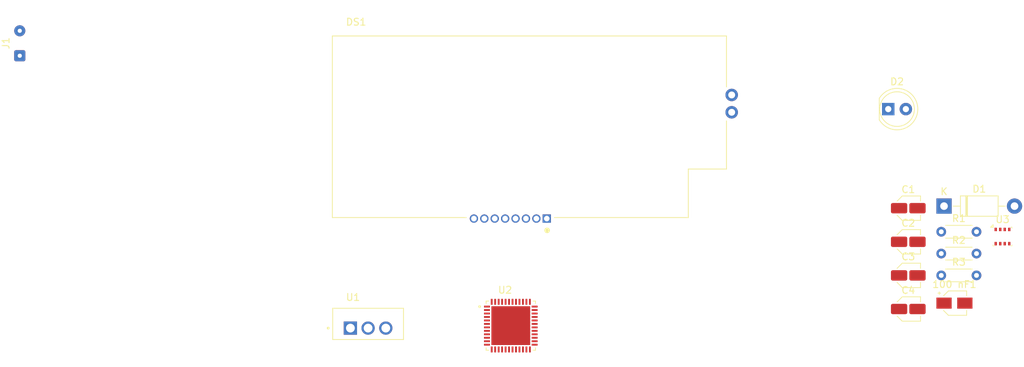
<source format=kicad_pcb>
(kicad_pcb (version 20240108) (generator "pcbnew") (generator_version "8.0")
  (layers (0 "F.Cu" signal) (31 "B.Cu" signal) (34 "B.Paste" user) (35 "F.Paste" user) (36 "B.SilkS" user "B.Silkscreen") (37 "F.SilkS" user "F.Silkscreen") (38 "B.Mask" user) (39 "F.Mask" user) (44 "Edge.Cuts" user))
  (net 0 "")
  (net 4 "Net-(U2-NRST)")
  (net 8 "Net-(DS1-VSS)")
  (net 11 "Net-(D1-K)")
  (net 12 "Net-(DS1-VDD)")
  (net 13 "Net-(D1-A)")
  (net 18 "Net-(D2-K)")
  (net 19 "Net-(U3-SDI)")
  (net 21 "Net-(U3-SCK)")
  (footprint "Capacitor_SMD:C_Elec_3x5.4" (layer "F.Cu") (at 150.35 68.8)
    (property "Reference" "C1" (at 0 -2.7 0) (layer "F.SilkS"))
    (property "Value" "100 nF")
    (fp_line (start -1.620563 -1.01) (end -0.870563 -1.76) (stroke (width 0.12)) (layer "F.SilkS"))
    (fp_line (start -1.620563 1.01) (end -0.870563 1.76) (stroke (width 0.12)) (layer "F.SilkS"))
    (fp_line (start -0.870563 -1.76) (end 1.76 -1.76) (stroke (width 0.12)) (layer "F.SilkS"))
    (fp_line (start -0.870563 1.76) (end 1.76 1.76) (stroke (width 0.12)) (layer "F.SilkS"))
    (fp_line (start 1.76 -1.76) (end 1.76 -1.01) (stroke (width 0.12)) (layer "F.SilkS"))
    (fp_line (start 1.76 1.76) (end 1.76 1.01) (stroke (width 0.12)) (layer "F.SilkS"))
    (pad "1" smd roundrect (at -1.325 0) (size 2.35 1.5) (layers "F.Cu" "F.Paste" "F.Mask") (roundrect_rratio 0.166667) (net 11 "Net-(D1-K)"))
    (pad "2" smd roundrect (at 1.325 0) (size 2.35 1.5) (layers "F.Cu" "F.Paste" "F.Mask") (roundrect_rratio 0.166667) (net 8 "Net-(DS1-VSS)"))
  )
  (footprint "LED_THT:LED_D5.0mm_Clear" (layer "F.Cu") (at 147.46 54.5)
    (property "Reference" "D2" (at 1.27 -3.96 0) (layer "F.SilkS"))
    (property "Value" "LED")
    (fp_line (start -1.29 -1.545) (end -1.29 1.545) (stroke (width 0.12)) (layer "F.SilkS"))
    (fp_arc (start -1.29 -1.54483) (mid 2.072002 -2.880433) (end 4.26 0.000462) (stroke (width 0.12)) (layer "F.SilkS"))
    (fp_arc (start 4.26 -0.000462) (mid 2.072002 2.880433) (end -1.29 1.54483) (stroke (width 0.12)) (layer "F.SilkS"))
    (fp_circle (center 1.27 0) (end 3.77 0) (stroke (width 0.12)) (fill none) (layer "F.SilkS"))
    (pad "1" thru_hole rect (at 0 0) (size 1.8 1.8) (drill 0.9) (layers "*.Cu" "*.Mask") (net 18 "Net-(D2-K)"))
    (pad "2" thru_hole circle (at 2.54 0) (size 1.8 1.8) (drill 0.9) (layers "*.Cu" "*.Mask") (net 13 "Net-(D1-A)"))
  )
  (footprint "Package_LGA:Bosch_LGA-8_2.5x2.5mm_P0.65mm_ClockwisePinNumbering" (layer "F.Cu") (at 163.925 72.895)
    (property "Reference" "U3" (at 0.015 -2.465 0) (layer "F.SilkS"))
    (property "Value" "BME280")
    (fp_line (start -1.35 1.35) (end -1.35 1.2) (stroke (width 0.1)) (layer "F.SilkS"))
    (fp_line (start -1.35 1.36) (end -1.2 1.36) (stroke (width 0.1)) (layer "F.SilkS"))
    (fp_line (start 1.2 -1.35) (end 1.35 -1.35) (stroke (width 0.1)) (layer "F.SilkS"))
    (fp_line (start 1.35 -1.35) (end 1.35 -1.2) (stroke (width 0.1)) (layer "F.SilkS"))
    (fp_line (start 1.35 1.35) (end 1.2 1.35) (stroke (width 0.1)) (layer "F.SilkS"))
    (fp_line (start 1.35 1.35) (end 1.35 1.2) (stroke (width 0.1)) (layer "F.SilkS"))
    (fp_poly (pts (xy -1.35 -1.35) (xy -1.71 -1.35) (xy -1.35 -1.71) (xy -1.35 -1.35)) (stroke (width 0.12)) (fill solid) (layer "F.SilkS"))
    (pad "1" smd rect (at -0.975 -1.025 90) (size 0.5 0.35) (layers "F.Cu" "F.Paste" "F.Mask") (net 8 "Net-(DS1-VSS)"))
    (pad "2" smd rect (at -0.325 -1.025 90) (size 0.5 0.35) (layers "F.Cu" "F.Paste" "F.Mask") (net 12 "Net-(DS1-VDD)"))
    (pad "3" smd rect (at 0.325 -1.025 90) (size 0.5 0.35) (layers "F.Cu" "F.Paste" "F.Mask") (net 19 "Net-(U3-SDI)"))
    (pad "4" smd rect (at 0.975 -1.025 90) (size 0.5 0.35) (layers "F.Cu" "F.Paste" "F.Mask") (net 21 "Net-(U3-SCK)"))
    (pad "5" smd rect (at 0.975 1.025 90) (size 0.5 0.35) (layers "F.Cu" "F.Paste" "F.Mask"))
    (pad "6" smd rect (at 0.325 1.025 90) (size 0.5 0.35) (layers "F.Cu" "F.Paste" "F.Mask") (net 12 "Net-(DS1-VDD)"))
    (pad "7" smd rect (at -0.325 1.025 90) (size 0.5 0.35) (layers "F.Cu" "F.Paste" "F.Mask") (net 8 "Net-(DS1-VSS)"))
    (pad "8" smd rect (at -0.975 1.025 90) (size 0.5 0.35) (layers "F.Cu" "F.Paste" "F.Mask") (net 12 "Net-(DS1-VDD)"))
  )
  (footprint "Resistor_THT:R_Axial_DIN0204_L3.6mm_D1.6mm_P5.08mm_Horizontal" (layer "F.Cu") (at 155.1 78.5)
    (property "Reference" "R3" (at 2.54 -1.92 0) (layer "F.SilkS"))
    (property "Value" "4.7 kΩ")
    (fp_line (start 0.62 -0.92) (end 4.46 -0.92) (stroke (width 0.12)) (layer "F.SilkS"))
    (fp_line (start 0.62 0.92) (end 4.46 0.92) (stroke (width 0.12)) (layer "F.SilkS"))
    (pad "1" thru_hole circle (at 0 0) (size 1.4 1.4) (drill 0.7) (layers "*.Cu" "*.Mask") (net 12 "Net-(DS1-VDD)"))
    (pad "2" thru_hole oval (at 5.08 0) (size 1.4 1.4) (drill 0.7) (layers "*.Cu" "*.Mask") (net 21 "Net-(U3-SCK)"))
  )
  (footprint "stm32:QFN50P700X700X60-49N" (layer "F.Cu") (at 93.065 85.75)
    (property "Reference" "U2" (at -0.825 -5.135 0) (layer "F.SilkS"))
    (property "Value" "STM32WB55CEU6")
    (fp_line (start -3.55 -3.55) (end -3.55 -3.205) (stroke (width 0.127)) (layer "F.SilkS"))
    (fp_line (start -3.55 -3.55) (end -3.205 -3.55) (stroke (width 0.127)) (layer "F.SilkS"))
    (fp_line (start -3.55 3.55) (end -3.55 3.205) (stroke (width 0.127)) (layer "F.SilkS"))
    (fp_line (start -3.55 3.55) (end -3.205 3.55) (stroke (width 0.127)) (layer "F.SilkS"))
    (fp_line (start 3.55 -3.55) (end 3.205 -3.55) (stroke (width 0.127)) (layer "F.SilkS"))
    (fp_line (start 3.55 -3.55) (end 3.55 -3.205) (stroke (width 0.127)) (layer "F.SilkS"))
    (fp_line (start 3.55 3.55) (end 3.205 3.55) (stroke (width 0.127)) (layer "F.SilkS"))
    (fp_line (start 3.55 3.55) (end 3.55 3.205) (stroke (width 0.127)) (layer "F.SilkS"))
    (fp_circle (center -4.495 -2.75) (end -4.395 -2.75) (stroke (width 0.2)) (fill none) (layer "F.SilkS"))
    (pad "1" smd roundrect (at -3.435 -2.75) (size 0.86 0.27) (layers "F.Cu" "F.Paste" "F.Mask") (roundrect_rratio 0.03) (net 12 "Net-(DS1-VDD)"))
    (pad "2" smd roundrect (at -3.435 -2.25) (size 0.86 0.27) (layers "F.Cu" "F.Paste" "F.Mask") (roundrect_rratio 0.03))
    (pad "3" smd roundrect (at -3.435 -1.75) (size 0.86 0.27) (layers "F.Cu" "F.Paste" "F.Mask") (roundrect_rratio 0.03))
    (pad "4" smd roundrect (at -3.435 -1.25) (size 0.86 0.27) (layers "F.Cu" "F.Paste" "F.Mask") (roundrect_rratio 0.03))
    (pad "5" smd roundrect (at -3.435 -0.75) (size 0.86 0.27) (layers "F.Cu" "F.Paste" "F.Mask") (roundrect_rratio 0.03))
    (pad "6" smd roundrect (at -3.435 -0.25) (size 0.86 0.27) (layers "F.Cu" "F.Paste" "F.Mask") (roundrect_rratio 0.03))
    (pad "7" smd roundrect (at -3.435 0.25) (size 0.86 0.27) (layers "F.Cu" "F.Paste" "F.Mask") (roundrect_rratio 0.03) (net 4 "Net-(U2-NRST)"))
    (pad "8" smd roundrect (at -3.435 0.75) (size 0.86 0.27) (layers "F.Cu" "F.Paste" "F.Mask") (roundrect_rratio 0.03) (net 12 "Net-(DS1-VDD)"))
    (pad "9" smd roundrect (at -3.435 1.25) (size 0.86 0.27) (layers "F.Cu" "F.Paste" "F.Mask") (roundrect_rratio 0.03))
    (pad "10" smd roundrect (at -3.435 1.75) (size 0.86 0.27) (layers "F.Cu" "F.Paste" "F.Mask") (roundrect_rratio 0.03))
    (pad "11" smd roundrect (at -3.435 2.25) (size 0.86 0.27) (layers "F.Cu" "F.Paste" "F.Mask") (roundrect_rratio 0.03))
    (pad "12" smd roundrect (at -3.435 2.75) (size 0.86 0.27) (layers "F.Cu" "F.Paste" "F.Mask") (roundrect_rratio 0.03))
    (pad "13" smd roundrect (at -2.75 3.435 90) (size 0.86 0.27) (layers "F.Cu" "F.Paste" "F.Mask") (roundrect_rratio 0.03))
    (pad "14" smd roundrect (at -2.25 3.435 90) (size 0.86 0.27) (layers "F.Cu" "F.Paste" "F.Mask") (roundrect_rratio 0.03))
    (pad "15" smd roundrect (at -1.75 3.435 90) (size 0.86 0.27) (layers "F.Cu" "F.Paste" "F.Mask") (roundrect_rratio 0.03))
    (pad "16" smd roundrect (at -1.25 3.435 90) (size 0.86 0.27) (layers "F.Cu" "F.Paste" "F.Mask") (roundrect_rratio 0.03))
    (pad "17" smd roundrect (at -0.75 3.435 90) (size 0.86 0.27) (layers "F.Cu" "F.Paste" "F.Mask") (roundrect_rratio 0.03))
    (pad "18" smd roundrect (at -0.25 3.435 90) (size 0.86 0.27) (layers "F.Cu" "F.Paste" "F.Mask") (roundrect_rratio 0.03))
    (pad "19" smd roundrect (at 0.25 3.435 90) (size 0.86 0.27) (layers "F.Cu" "F.Paste" "F.Mask") (roundrect_rratio 0.03))
    (pad "20" smd roundrect (at 0.75 3.435 90) (size 0.86 0.27) (layers "F.Cu" "F.Paste" "F.Mask") (roundrect_rratio 0.03) (net 12 "Net-(DS1-VDD)"))
    (pad "21" smd roundrect (at 1.25 3.435 90) (size 0.86 0.27) (layers "F.Cu" "F.Paste" "F.Mask") (roundrect_rratio 0.03))
    (pad "22" smd roundrect (at 1.75 3.435 90) (size 0.86 0.27) (layers "F.Cu" "F.Paste" "F.Mask") (roundrect_rratio 0.03) (net 8 "Net-(DS1-VSS)"))
    (pad "23" smd roundrect (at 2.25 3.435 90) (size 0.86 0.27) (layers "F.Cu" "F.Paste" "F.Mask") (roundrect_rratio 0.03) (net 12 "Net-(DS1-VDD)"))
    (pad "24" smd roundrect (at 2.75 3.435 90) (size 0.86 0.27) (layers "F.Cu" "F.Paste" "F.Mask") (roundrect_rratio 0.03))
    (pad "25" smd roundrect (at 3.435 2.75) (size 0.86 0.27) (layers "F.Cu" "F.Paste" "F.Mask") (roundrect_rratio 0.03))
    (pad "26" smd roundrect (at 3.435 2.25) (size 0.86 0.27) (layers "F.Cu" "F.Paste" "F.Mask") (roundrect_rratio 0.03))
    (pad "27" smd roundrect (at 3.435 1.75) (size 0.86 0.27) (layers "F.Cu" "F.Paste" "F.Mask") (roundrect_rratio 0.03))
    (pad "28" smd roundrect (at 3.435 1.25) (size 0.86 0.27) (layers "F.Cu" "F.Paste" "F.Mask") (roundrect_rratio 0.03))
    (pad "29" smd roundrect (at 3.435 0.75) (size 0.86 0.27) (layers "F.Cu" "F.Paste" "F.Mask") (roundrect_rratio 0.03))
    (pad "30" smd roundrect (at 3.435 0.25) (size 0.86 0.27) (layers "F.Cu" "F.Paste" "F.Mask") (roundrect_rratio 0.03))
    (pad "31" smd roundrect (at 3.435 -0.25) (size 0.86 0.27) (layers "F.Cu" "F.Paste" "F.Mask") (roundrect_rratio 0.03) (net 12 "Net-(DS1-VDD)"))
    (pad "32" smd roundrect (at 3.435 -0.75) (size 0.86 0.27) (layers "F.Cu" "F.Paste" "F.Mask") (roundrect_rratio 0.03) (net 8 "Net-(DS1-VSS)"))
    (pad "33" smd roundrect (at 3.435 -1.25) (size 0.86 0.27) (layers "F.Cu" "F.Paste" "F.Mask") (roundrect_rratio 0.03) (net 12 "Net-(DS1-VDD)"))
    (pad "34" smd roundrect (at 3.435 -1.75) (size 0.86 0.27) (layers "F.Cu" "F.Paste" "F.Mask") (roundrect_rratio 0.03) (net 12 "Net-(DS1-VDD)"))
    (pad "35" smd roundrect (at 3.435 -2.25) (size 0.86 0.27) (layers "F.Cu" "F.Paste" "F.Mask") (roundrect_rratio 0.03) (net 12 "Net-(DS1-VDD)"))
    (pad "36" smd roundrect (at 3.435 -2.75) (size 0.86 0.27) (layers "F.Cu" "F.Paste" "F.Mask") (roundrect_rratio 0.03))
    (pad "37" smd roundrect (at 2.75 -3.435 90) (size 0.86 0.27) (layers "F.Cu" "F.Paste" "F.Mask") (roundrect_rratio 0.03))
    (pad "38" smd roundrect (at 2.25 -3.435 90) (size 0.86 0.27) (layers "F.Cu" "F.Paste" "F.Mask") (roundrect_rratio 0.03))
    (pad "39" smd roundrect (at 1.75 -3.435 90) (size 0.86 0.27) (layers "F.Cu" "F.Paste" "F.Mask") (roundrect_rratio 0.03))
    (pad "40" smd roundrect (at 1.25 -3.435 90) (size 0.86 0.27) (layers "F.Cu" "F.Paste" "F.Mask") (roundrect_rratio 0.03) (net 12 "Net-(DS1-VDD)"))
    (pad "41" smd roundrect (at 0.75 -3.435 90) (size 0.86 0.27) (layers "F.Cu" "F.Paste" "F.Mask") (roundrect_rratio 0.03))
    (pad "42" smd roundrect (at 0.25 -3.435 90) (size 0.86 0.27) (layers "F.Cu" "F.Paste" "F.Mask") (roundrect_rratio 0.03))
    (pad "43" smd roundrect (at -0.25 -3.435 90) (size 0.86 0.27) (layers "F.Cu" "F.Paste" "F.Mask") (roundrect_rratio 0.03))
    (pad "44" smd roundrect (at -0.75 -3.435 90) (size 0.86 0.27) (layers "F.Cu" "F.Paste" "F.Mask") (roundrect_rratio 0.03))
    (pad "45" smd roundrect (at -1.25 -3.435 90) (size 0.86 0.27) (layers "F.Cu" "F.Paste" "F.Mask") (roundrect_rratio 0.03))
    (pad "46" smd roundrect (at -1.75 -3.435 90) (size 0.86 0.27) (layers "F.Cu" "F.Paste" "F.Mask") (roundrect_rratio 0.03))
    (pad "47" smd roundrect (at -2.25 -3.435 90) (size 0.86 0.27) (layers "F.Cu" "F.Paste" "F.Mask") (roundrect_rratio 0.03))
    (pad "48" smd roundrect (at -2.75 -3.435 90) (size 0.86 0.27) (layers "F.Cu" "F.Paste" "F.Mask") (roundrect_rratio 0.03) (net 12 "Net-(DS1-VDD)"))
    (pad "49" smd rect (at 0 0) (size 5.6 5.6) (layers "F.Cu" "F.Mask") (net 8 "Net-(DS1-VSS)"))
  )
  (footprint "Capacitor_SMD:C_Elec_3x5.4" (layer "F.Cu") (at 150.35 73.65)
    (property "Reference" "C2" (at 0 -2.7 0) (layer "F.SilkS"))
    (property "Value" "10 uF")
    (fp_line (start -1.620563 -1.01) (end -0.870563 -1.76) (stroke (width 0.12)) (layer "F.SilkS"))
    (fp_line (start -1.620563 1.01) (end -0.870563 1.76) (stroke (width 0.12)) (layer "F.SilkS"))
    (fp_line (start -0.870563 -1.76) (end 1.76 -1.76) (stroke (width 0.12)) (layer "F.SilkS"))
    (fp_line (start -0.870563 1.76) (end 1.76 1.76) (stroke (width 0.12)) (layer "F.SilkS"))
    (fp_line (start 1.76 -1.76) (end 1.76 -1.01) (stroke (width 0.12)) (layer "F.SilkS"))
    (fp_line (start 1.76 1.76) (end 1.76 1.01) (stroke (width 0.12)) (layer "F.SilkS"))
    (pad "1" smd roundrect (at -1.325 0) (size 2.35 1.5) (layers "F.Cu" "F.Paste" "F.Mask") (roundrect_rratio 0.166667) (net 12 "Net-(DS1-VDD)"))
    (pad "2" smd roundrect (at 1.325 0) (size 2.35 1.5) (layers "F.Cu" "F.Paste" "F.Mask") (roundrect_rratio 0.166667) (net 8 "Net-(DS1-VSS)"))
  )
  (footprint "Capacitor_SMD:C_Elec_3x5.4" (layer "F.Cu") (at 150.35 83.35)
    (property "Reference" "C4" (at 0 -2.7 0) (layer "F.SilkS"))
    (property "Value" "100 nF")
    (fp_line (start -1.620563 -1.01) (end -0.870563 -1.76) (stroke (width 0.12)) (layer "F.SilkS"))
    (fp_line (start -1.620563 1.01) (end -0.870563 1.76) (stroke (width 0.12)) (layer "F.SilkS"))
    (fp_line (start -0.870563 -1.76) (end 1.76 -1.76) (stroke (width 0.12)) (layer "F.SilkS"))
    (fp_line (start -0.870563 1.76) (end 1.76 1.76) (stroke (width 0.12)) (layer "F.SilkS"))
    (fp_line (start 1.76 -1.76) (end 1.76 -1.01) (stroke (width 0.12)) (layer "F.SilkS"))
    (fp_line (start 1.76 1.76) (end 1.76 1.01) (stroke (width 0.12)) (layer "F.SilkS"))
    (pad "1" smd roundrect (at -1.325 0) (size 2.35 1.5) (layers "F.Cu" "F.Paste" "F.Mask") (roundrect_rratio 0.166667) (net 12 "Net-(DS1-VDD)"))
    (pad "2" smd roundrect (at 1.325 0) (size 2.35 1.5) (layers "F.Cu" "F.Paste" "F.Mask") (roundrect_rratio 0.166667) (net 8 "Net-(DS1-VSS)"))
  )
  (footprint "Resistor_THT:R_Axial_DIN0204_L3.6mm_D1.6mm_P5.08mm_Horizontal" (layer "F.Cu") (at 155.1 75.35)
    (property "Reference" "R2" (at 2.54 -1.92 0) (layer "F.SilkS"))
    (property "Value" "4.7 kΩ")
    (fp_line (start 0.62 -0.92) (end 4.46 -0.92) (stroke (width 0.12)) (layer "F.SilkS"))
    (fp_line (start 0.62 0.92) (end 4.46 0.92) (stroke (width 0.12)) (layer "F.SilkS"))
    (pad "1" thru_hole circle (at 0 0) (size 1.4 1.4) (drill 0.7) (layers "*.Cu" "*.Mask") (net 12 "Net-(DS1-VDD)"))
    (pad "2" thru_hole oval (at 5.08 0) (size 1.4 1.4) (drill 0.7) (layers "*.Cu" "*.Mask") (net 19 "Net-(U3-SDI)"))
  )
  (footprint "Connector_Wire:SolderWire-0.1sqmm_1x02_P3.6mm_D0.4mm_OD1mm" (layer "F.Cu") (at 22.3 46.8 90)
    (property "Reference" "J1" (at 1.8 -2 -90) (layer "F.SilkS"))
    (property "Value" "Conn_01x02_Pin")
    (pad "1" thru_hole roundrect (at 0 0 90) (size 1.6 1.6) (drill 0.6) (layers "*.Cu" "*.Mask") (roundrect_rratio 0.15625) (net 13 "Net-(D1-A)"))
    (pad "2" thru_hole circle (at 3.6 0 90) (size 1.6 1.6) (drill 0.6) (layers "*.Cu" "*.Mask") (net 8 "Net-(DS1-VSS)"))
  )
  (footprint "Resistor_THT:R_Axial_DIN0204_L3.6mm_D1.6mm_P5.08mm_Horizontal" (layer "F.Cu") (at 155.1 72.2)
    (property "Reference" "R1" (at 2.54 -1.92 0) (layer "F.SilkS"))
    (property "Value" "330 Ω")
    (fp_line (start 0.62 -0.92) (end 4.46 -0.92) (stroke (width 0.12)) (layer "F.SilkS"))
    (fp_line (start 0.62 0.92) (end 4.46 0.92) (stroke (width 0.12)) (layer "F.SilkS"))
    (pad "1" thru_hole circle (at 0 0) (size 1.4 1.4) (drill 0.7) (layers "*.Cu" "*.Mask") (net 18 "Net-(D2-K)"))
    (pad "2" thru_hole oval (at 5.08 0) (size 1.4 1.4) (drill 0.7) (layers "*.Cu" "*.Mask") (net 8 "Net-(DS1-VSS)"))
  )
  (footprint "Capacitor_SMD:CP_Elec_3x5.3" (layer "F.Cu") (at 157 82.5)
    (property "Reference" "100 nF1" (at 0 -2.7 0) (layer "F.SilkS"))
    (property "Value" "C_Polarized")
    (fp_line (start -2.375 -1.435) (end -2 -1.435) (stroke (width 0.12)) (layer "F.SilkS"))
    (fp_line (start -2.1875 -1.6225) (end -2.1875 -1.2475) (stroke (width 0.12)) (layer "F.SilkS"))
    (fp_line (start -1.570563 -1.06) (end -0.870563 -1.76) (stroke (width 0.12)) (layer "F.SilkS"))
    (fp_line (start -1.570563 1.06) (end -0.870563 1.76) (stroke (width 0.12)) (layer "F.SilkS"))
    (fp_line (start -0.870563 -1.76) (end 1.76 -1.76) (stroke (width 0.12)) (layer "F.SilkS"))
    (fp_line (start -0.870563 1.76) (end 1.76 1.76) (stroke (width 0.12)) (layer "F.SilkS"))
    (fp_line (start 1.76 -1.76) (end 1.76 -1.06) (stroke (width 0.12)) (layer "F.SilkS"))
    (fp_line (start 1.76 1.76) (end 1.76 1.06) (stroke (width 0.12)) (layer "F.SilkS"))
    (pad "1" smd rect (at -1.5 0) (size 2.2 1.6) (layers "F.Cu" "F.Paste" "F.Mask") (net 4 "Net-(U2-NRST)"))
    (pad "2" smd rect (at 1.5 0) (size 2.2 1.6) (layers "F.Cu" "F.Paste" "F.Mask") (net 8 "Net-(DS1-VSS)"))
  )
  (footprint "lcd:LCD_NHD-C0216CIZ-FSW-FBW-3V3" (layer "F.Cu") (at 93 54)
    (property "Reference" "DS1" (at -22.225 -12.065 0) (layer "F.SilkS"))
    (property "Value" "NHD-C0216CIZ-FSW-FBW-3V3")
    (fp_line (start -25.65 -10.05) (end 31.15 -10.05) (stroke (width 0.127)) (layer "F.SilkS"))
    (fp_line (start -25.65 16.15) (end -25.65 -10.05) (stroke (width 0.127)) (layer "F.SilkS"))
    (fp_line (start -6.35 16.15) (end -25.65 16.15) (stroke (width 0.127)) (layer "F.SilkS"))
    (fp_line (start 25.65 9.15) (end 25.65 16.15) (stroke (width 0.127)) (layer "F.SilkS"))
    (fp_line (start 25.65 16.15) (end 6.35 16.15) (stroke (width 0.127)) (layer "F.SilkS"))
    (fp_line (start 31.15 -10.05) (end 31.15 -2.7) (stroke (width 0.127)) (layer "F.SilkS"))
    (fp_line (start 31.15 2.2) (end 31.15 9.15) (stroke (width 0.127)) (layer "F.SilkS"))
    (fp_line (start 31.15 9.15) (end 25.65 9.15) (stroke (width 0.127)) (layer "F.SilkS"))
    (fp_circle (center 5.3 18) (end 5.5 18) (stroke (width 0.4)) (fill none) (layer "F.SilkS"))
    (pad "1" thru_hole rect (at 5.25 16.3) (size 1.2 1.2) (drill 0.8) (layers "*.Cu" "*.Mask"))
    (pad "2" thru_hole circle (at 3.75 16.3) (size 1.2 1.2) (drill 0.8) (layers "*.Cu" "*.Mask"))
    (pad "3" thru_hole circle (at 2.25 16.3) (size 1.2 1.2) (drill 0.8) (layers "*.Cu" "*.Mask"))
    (pad "4" thru_hole circle (at 0.75 16.3) (size 1.2 1.2) (drill 0.8) (layers "*.Cu" "*.Mask") (net 8 "Net-(DS1-VSS)"))
    (pad "5" thru_hole circle (at -0.75 16.3) (size 1.2 1.2) (drill 0.8) (layers "*.Cu" "*.Mask") (net 12 "Net-(DS1-VDD)"))
    (pad "6" thru_hole circle (at -2.25 16.3) (size 1.2 1.2) (drill 0.8) (layers "*.Cu" "*.Mask"))
    (pad "7" thru_hole circle (at -3.75 16.3) (size 1.2 1.2) (drill 0.8) (layers "*.Cu" "*.Mask"))
    (pad "8" thru_hole circle (at -5.25 16.3) (size 1.2 1.2) (drill 0.8) (layers "*.Cu" "*.Mask"))
    (pad "A" thru_hole circle (at 31.9 0.96) (size 1.8 1.8) (drill 1) (layers "*.Cu" "*.Mask"))
    (pad "K" thru_hole circle (at 31.9 -1.54) (size 1.8 1.8) (drill 1) (layers "*.Cu" "*.Mask"))
  )
  (footprint "Capacitor_SMD:C_Elec_3x5.4" (layer "F.Cu") (at 150.35 78.5)
    (property "Reference" "C3" (at 0 -2.7 0) (layer "F.SilkS"))
    (property "Value" "100 nF")
    (fp_line (start -1.620563 -1.01) (end -0.870563 -1.76) (stroke (width 0.12)) (layer "F.SilkS"))
    (fp_line (start -1.620563 1.01) (end -0.870563 1.76) (stroke (width 0.12)) (layer "F.SilkS"))
    (fp_line (start -0.870563 -1.76) (end 1.76 -1.76) (stroke (width 0.12)) (layer "F.SilkS"))
    (fp_line (start -0.870563 1.76) (end 1.76 1.76) (stroke (width 0.12)) (layer "F.SilkS"))
    (fp_line (start 1.76 -1.76) (end 1.76 -1.01) (stroke (width 0.12)) (layer "F.SilkS"))
    (fp_line (start 1.76 1.76) (end 1.76 1.01) (stroke (width 0.12)) (layer "F.SilkS"))
    (pad "1" smd roundrect (at -1.325 0) (size 2.35 1.5) (layers "F.Cu" "F.Paste" "F.Mask") (roundrect_rratio 0.166667) (net 12 "Net-(DS1-VDD)"))
    (pad "2" smd roundrect (at 1.325 0) (size 2.35 1.5) (layers "F.Cu" "F.Paste" "F.Mask") (roundrect_rratio 0.166667) (net 8 "Net-(DS1-VSS)"))
  )
  (footprint "rekulaattori:TO255P1020X450X1968-3" (layer "F.Cu") (at 72.5 85.5)
    (property "Reference" "U1" (at -2.175 -3.84 0) (layer "F.SilkS"))
    (property "Value" "LD1117V33")
    (fp_line (start -5.1 -2.25) (end 5.1 -2.25) (stroke (width 0.127)) (layer "F.SilkS"))
    (fp_line (start -5.1 2.25) (end -5.1 -2.25) (stroke (width 0.127)) (layer "F.SilkS"))
    (fp_line (start 5.1 -2.25) (end 5.1 2.25) (stroke (width 0.127)) (layer "F.SilkS"))
    (fp_line (start 5.1 2.25) (end -5.1 2.25) (stroke (width 0.127)) (layer "F.SilkS"))
    (fp_circle (center -5.75 0.605) (end -5.65 0.605) (stroke (width 0.2)) (fill none) (layer "F.SilkS"))
    (pad "1" thru_hole rect (at -2.55 0.605) (size 1.91 1.91) (drill 1.27) (layers "*.Cu" "*.Mask") (net 8 "Net-(DS1-VSS)"))
    (pad "2" thru_hole circle (at 0 0.605) (size 1.91 1.91) (drill 1.27) (layers "*.Cu" "*.Mask") (net 12 "Net-(DS1-VDD)"))
    (pad "3" thru_hole circle (at 2.55 0.605) (size 1.91 1.91) (drill 1.27) (layers "*.Cu" "*.Mask") (net 11 "Net-(D1-K)"))
  )
  (footprint "Diode_THT:D_DO-41_SOD81_P10.16mm_Horizontal" (layer "F.Cu") (at 155.5 68.5)
    (property "Reference" "D1" (at 5.08 -2.47 0) (layer "F.SilkS"))
    (property "Value" "1N4001")
    (fp_line (start 1.34 0) (end 2.36 0) (stroke (width 0.12)) (layer "F.SilkS"))
    (fp_line (start 2.36 -1.47) (end 2.36 1.47) (stroke (width 0.12)) (layer "F.SilkS"))
    (fp_line (start 2.36 1.47) (end 7.8 1.47) (stroke (width 0.12)) (layer "F.SilkS"))
    (fp_line (start 3.14 -1.47) (end 3.14 1.47) (stroke (width 0.12)) (layer "F.SilkS"))
    (fp_line (start 3.26 -1.47) (end 3.26 1.47) (stroke (width 0.12)) (layer "F.SilkS"))
    (fp_line (start 3.38 -1.47) (end 3.38 1.47) (stroke (width 0.12)) (layer "F.SilkS"))
    (fp_line (start 7.8 -1.47) (end 2.36 -1.47) (stroke (width 0.12)) (layer "F.SilkS"))
    (fp_line (start 7.8 1.47) (end 7.8 -1.47) (stroke (width 0.12)) (layer "F.SilkS"))
    (fp_line (start 8.82 0) (end 7.8 0) (stroke (width 0.12)) (layer "F.SilkS"))
    (fp_text user "K" (at 0 -2.1 0) (layer "F.SilkS"))
    (pad "1" thru_hole rect (at 0 0) (size 2.2 2.2) (drill 1.1) (layers "*.Cu" "*.Mask") (net 11 "Net-(D1-K)"))
    (pad "2" thru_hole oval (at 10.16 0) (size 2.2 2.2) (drill 1.1) (layers "*.Cu" "*.Mask") (net 13 "Net-(D1-A)"))
  )
)
</source>
